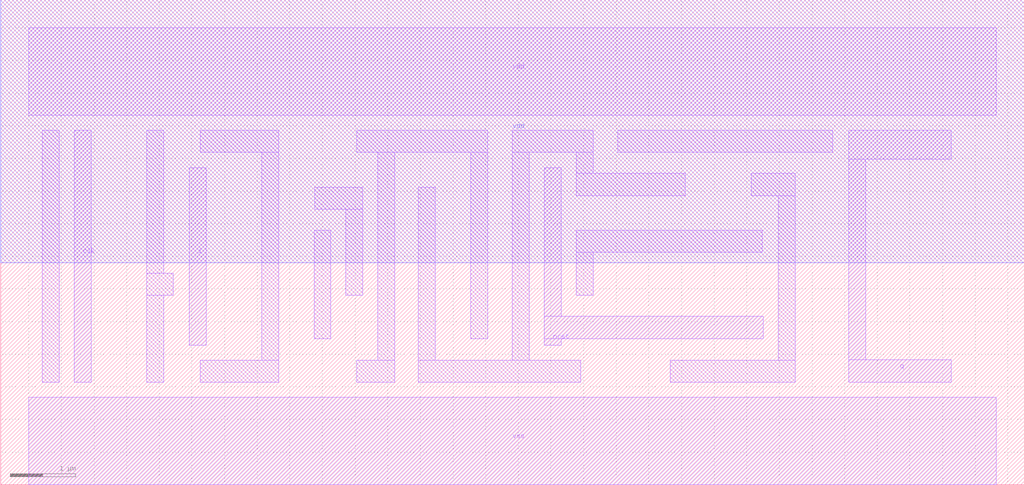
<source format=lef>
VERSION 5.7 ;
  NOWIREEXTENSIONATPIN ON ;
  DIVIDERCHAR "/" ;
  BUSBITCHARS "[]" ;
MACRO and21nor_x0
  CLASS CORE ;
  FOREIGN and21nor_x0 ;
  ORIGIN 0.430 0.000 ;
  SIZE 4.280 BY 7.430 ;
  PIN vss
    ANTENNADIFFAREA 2.063200 ;
    PORT
      LAYER Metal1 ;
        RECT 0.000 0.000 3.420 1.340 ;
    END
  END vss
  PIN vdd
    ANTENNADIFFAREA 1.588000 ;
    PORT
      LAYER Nwell ;
        RECT -0.430 3.400 3.850 7.430 ;
      LAYER Metal1 ;
        RECT 0.000 5.660 3.420 7.000 ;
    END
  END vdd
  PIN i0
    ANTENNAGATEAREA 0.492800 ;
    PORT
      LAYER Metal1 ;
        RECT 0.210 1.570 0.470 4.860 ;
    END
  END i0
  PIN nq
    ANTENNADIFFAREA 1.003200 ;
    PORT
      LAYER Metal1 ;
        RECT 2.790 1.910 3.050 5.430 ;
        RECT 1.825 1.570 3.050 1.910 ;
    END
  END nq
  PIN i1
    ANTENNAGATEAREA 0.492800 ;
    PORT
      LAYER Metal1 ;
        RECT 1.170 1.570 1.430 4.860 ;
    END
  END i1
  PIN i2
    ANTENNAGATEAREA 0.492800 ;
    PORT
      LAYER Metal1 ;
        RECT 2.300 2.140 2.560 5.430 ;
    END
  END i2
  OBS
      LAYER Metal1 ;
        RECT 0.225 5.090 2.055 5.430 ;
  END
END and21nor_x0


MACRO and21nor_x1
  CLASS CORE ;
  FOREIGN and21nor_x1 ;
  ORIGIN 0.430 0.000 ;
  SIZE 4.280 BY 7.430 ;
  PIN vss
    ANTENNADIFFAREA 3.117900 ;
    PORT
      LAYER Metal1 ;
        RECT 0.000 0.000 3.420 1.340 ;
    END
  END vss
  PIN vdd
    ANTENNADIFFAREA 2.209400 ;
    PORT
      LAYER Nwell ;
        RECT -0.430 3.400 3.850 7.430 ;
      LAYER Metal1 ;
        RECT 0.000 5.660 3.420 7.000 ;
    END
  END vdd
  PIN i0
    ANTENNAGATEAREA 1.106000 ;
    PORT
      LAYER Metal1 ;
        RECT 0.210 1.570 0.470 3.760 ;
    END
  END i0
  PIN nq
    ANTENNADIFFAREA 2.261500 ;
    PORT
      LAYER Metal1 ;
        RECT 2.790 2.910 3.050 5.430 ;
        RECT 1.825 1.570 3.050 2.910 ;
    END
  END nq
  PIN i1
    ANTENNAGATEAREA 1.106000 ;
    PORT
      LAYER Metal1 ;
        RECT 1.170 1.570 1.430 3.760 ;
    END
  END i1
  PIN i2
    ANTENNAGATEAREA 1.106000 ;
    PORT
      LAYER Metal1 ;
        RECT 2.300 3.140 2.560 5.430 ;
    END
  END i2
  OBS
      LAYER Metal1 ;
        RECT 0.225 3.990 2.055 5.430 ;
  END
END and21nor_x1


MACRO and2_x1
  CLASS CORE ;
  FOREIGN and2_x1 ;
  ORIGIN 0.430 0.000 ;
  SIZE 4.280 BY 7.430 ;
  PIN vdd
    ANTENNADIFFAREA 2.694600 ;
    PORT
      LAYER Nwell ;
        RECT -0.430 3.400 3.850 7.430 ;
      LAYER Metal1 ;
        RECT 0.000 5.660 3.420 7.000 ;
    END
  END vdd
  PIN vss
    ANTENNADIFFAREA 2.219400 ;
    PORT
      LAYER Metal1 ;
        RECT 0.000 0.000 3.420 1.340 ;
    END
  END vss
  PIN i0
    ANTENNAGATEAREA 0.492800 ;
    PORT
      LAYER Metal1 ;
        RECT 0.210 2.140 0.470 5.430 ;
    END
  END i0
  PIN i1
    ANTENNAGATEAREA 0.492800 ;
    PORT
      LAYER Metal1 ;
        RECT 1.170 2.140 1.430 4.860 ;
    END
  END i1
  PIN q
    ANTENNADIFFAREA 1.738000 ;
    PORT
      LAYER Metal1 ;
        RECT 2.830 1.570 3.090 5.430 ;
    END
  END q
  OBS
      LAYER Metal1 ;
        RECT 1.025 5.090 2.230 5.430 ;
        RECT 1.970 1.910 2.230 5.090 ;
        RECT 0.225 1.570 2.230 1.910 ;
  END
END and2_x1


MACRO and3_x1
  CLASS CORE ;
  FOREIGN and3_x1 ;
  ORIGIN 0.430 0.000 ;
  SIZE 5.420 BY 7.430 ;
  PIN vdd
    ANTENNADIFFAREA 3.175400 ;
    PORT
      LAYER Nwell ;
        RECT -0.430 3.400 4.990 7.430 ;
      LAYER Metal1 ;
        RECT 0.000 5.660 4.560 7.000 ;
    END
  END vdd
  PIN vss
    ANTENNADIFFAREA 2.629800 ;
    PORT
      LAYER Metal1 ;
        RECT 0.000 0.000 4.560 1.340 ;
    END
  END vss
  PIN i0
    ANTENNAGATEAREA 0.492800 ;
    PORT
      LAYER Metal1 ;
        RECT 0.210 2.140 0.470 4.860 ;
    END
  END i0
  PIN i1
    ANTENNAGATEAREA 0.492800 ;
    PORT
      LAYER Metal1 ;
        RECT 1.170 2.140 1.430 4.860 ;
    END
  END i1
  PIN i2
    ANTENNAGATEAREA 0.492800 ;
    PORT
      LAYER Metal1 ;
        RECT 1.970 2.140 2.230 4.860 ;
    END
  END i2
  PIN q
    ANTENNADIFFAREA 1.738000 ;
    PORT
      LAYER Metal1 ;
        RECT 3.630 1.570 3.890 5.430 ;
    END
  END q
  OBS
      LAYER Metal1 ;
        RECT 0.225 5.090 3.030 5.430 ;
        RECT 2.770 1.910 3.030 5.090 ;
        RECT 0.225 1.570 3.030 1.910 ;
  END
END and3_x1


MACRO and4_x1
  CLASS CORE ;
  FOREIGN and4_x1 ;
  ORIGIN 0.430 0.000 ;
  SIZE 6.560 BY 7.430 ;
  PIN vdd
    ANTENNADIFFAREA 3.973000 ;
    PORT
      LAYER Nwell ;
        RECT -0.430 3.400 6.130 7.430 ;
      LAYER Metal1 ;
        RECT 0.000 5.660 5.700 7.000 ;
    END
  END vdd
  PIN vss
    ANTENNADIFFAREA 3.040200 ;
    PORT
      LAYER Metal1 ;
        RECT 0.000 0.000 5.700 1.340 ;
    END
  END vss
  PIN i0
    ANTENNAGATEAREA 0.492800 ;
    PORT
      LAYER Metal1 ;
        RECT 0.210 2.140 0.470 5.430 ;
    END
  END i0
  PIN i1
    ANTENNAGATEAREA 0.492800 ;
    PORT
      LAYER Metal1 ;
        RECT 1.170 2.140 1.430 4.860 ;
    END
  END i1
  PIN i2
    ANTENNAGATEAREA 0.492800 ;
    PORT
      LAYER Metal1 ;
        RECT 1.970 2.140 2.230 4.860 ;
    END
  END i2
  PIN i3
    ANTENNAGATEAREA 0.492800 ;
    PORT
      LAYER Metal1 ;
        RECT 2.770 2.140 3.030 4.860 ;
    END
  END i3
  PIN q
    ANTENNADIFFAREA 1.738000 ;
    PORT
      LAYER Metal1 ;
        RECT 4.430 1.570 4.690 5.430 ;
    END
  END q
  OBS
      LAYER Metal1 ;
        RECT 1.025 5.090 3.830 5.430 ;
        RECT 3.570 1.910 3.830 5.090 ;
        RECT 0.225 1.570 3.830 1.910 ;
  END
END and4_x1


MACRO buf_x1
  CLASS CORE ;
  FOREIGN buf_x1 ;
  ORIGIN 0.430 0.000 ;
  SIZE 4.280 BY 7.430 ;
  PIN vdd
    ANTENNADIFFAREA 2.017000 ;
    PORT
      LAYER Nwell ;
        RECT -0.430 3.400 3.850 7.430 ;
      LAYER Metal1 ;
        RECT 0.000 5.660 3.420 7.000 ;
    END
  END vdd
  PIN vss
    ANTENNADIFFAREA 1.929000 ;
    PORT
      LAYER Metal1 ;
        RECT 0.000 0.000 3.420 1.340 ;
    END
  END vss
  PIN i
    ANTENNAGATEAREA 0.492800 ;
    PORT
      LAYER Metal1 ;
        RECT 0.700 1.570 0.960 5.430 ;
    END
  END i
  PIN q
    ANTENNADIFFAREA 1.157200 ;
    PORT
      LAYER Metal1 ;
        RECT 2.030 1.570 2.290 5.430 ;
    END
  END q
  OBS
      LAYER Metal1 ;
        RECT 0.210 1.570 0.470 5.430 ;
  END
END buf_x1


MACRO buf_x2
  CLASS CORE ;
  FOREIGN buf_x2 ;
  ORIGIN 0.430 0.000 ;
  SIZE 4.280 BY 7.430 ;
  PIN vdd
    ANTENNADIFFAREA 2.639600 ;
    PORT
      LAYER Nwell ;
        RECT -0.430 3.400 3.850 7.430 ;
      LAYER Metal1 ;
        RECT 0.000 5.660 3.420 7.000 ;
    END
  END vdd
  PIN vss
    ANTENNADIFFAREA 2.463600 ;
    PORT
      LAYER Metal1 ;
        RECT 0.000 0.000 3.420 1.340 ;
    END
  END vss
  PIN i
    ANTENNAGATEAREA 0.492800 ;
    PORT
      LAYER Metal1 ;
        RECT 0.700 1.570 0.960 5.430 ;
    END
  END i
  PIN q
    ANTENNADIFFAREA 1.367600 ;
    PORT
      LAYER Metal1 ;
        RECT 2.030 1.570 2.290 5.430 ;
    END
  END q
  OBS
      LAYER Metal1 ;
        RECT 0.210 1.570 0.470 5.430 ;
  END
END buf_x2


MACRO buf_x4
  CLASS CORE ;
  FOREIGN buf_x4 ;
  ORIGIN 0.430 0.000 ;
  SIZE 6.560 BY 7.430 ;
  PIN vdd
    ANTENNADIFFAREA 4.045400 ;
    PORT
      LAYER Nwell ;
        RECT -0.430 3.400 6.130 7.430 ;
      LAYER Metal1 ;
        RECT 0.000 5.660 5.700 7.000 ;
    END
  END vdd
  PIN vss
    ANTENNADIFFAREA 3.749400 ;
    PORT
      LAYER Metal1 ;
        RECT 0.000 0.000 5.700 1.340 ;
    END
  END vss
  PIN i
    ANTENNAGATEAREA 0.736400 ;
    PORT
      LAYER Metal1 ;
        RECT 0.700 1.570 0.960 5.430 ;
    END
  END i
  PIN q
    ANTENNADIFFAREA 2.735200 ;
    PORT
      LAYER Metal1 ;
        RECT 1.810 3.570 2.070 5.430 ;
        RECT 3.425 4.910 3.655 5.430 ;
        RECT 3.410 3.570 3.670 4.910 ;
        RECT 1.810 3.230 3.670 3.570 ;
        RECT 1.810 1.570 2.070 3.230 ;
        RECT 3.410 1.740 3.670 3.230 ;
        RECT 3.425 1.570 3.655 1.740 ;
    END
  END q
  OBS
      LAYER Metal1 ;
        RECT 0.225 4.910 0.455 5.430 ;
        RECT 0.210 1.740 0.470 4.910 ;
        RECT 0.225 1.570 0.455 1.740 ;
  END
END buf_x4


MACRO decap_w0
  CLASS CORE ;
  FOREIGN decap_w0 ;
  ORIGIN 0.430 0.000 ;
  SIZE 3.140 BY 7.430 ;
  PIN vss
    ANTENNADIFFAREA 1.399800 ;
    PORT
      LAYER Metal1 ;
        RECT 0.000 0.000 2.280 1.340 ;
    END
  END vss
  PIN vdd
    ANTENNADIFFAREA 1.487800 ;
    PORT
      LAYER Nwell ;
        RECT -0.430 3.400 2.710 7.430 ;
      LAYER Metal1 ;
        RECT 0.000 5.660 2.280 7.000 ;
    END
  END vdd
  OBS
      LAYER Metal1 ;
        RECT 0.225 4.745 0.455 5.430 ;
        RECT 0.210 2.900 0.470 4.745 ;
        RECT 1.010 2.155 1.270 3.900 ;
        RECT 1.025 1.570 1.255 2.155 ;
  END
END decap_w0


MACRO dffnr_x1
  CLASS CORE ;
  FOREIGN dffnr_x1 ;
  ORIGIN 0.430 0.000 ;
  SIZE 15.680 BY 7.430 ;
  PIN vdd
    ANTENNADIFFAREA 7.806200 ;
    PORT
      LAYER Nwell ;
        RECT -0.430 3.400 15.250 7.430 ;
      LAYER Metal1 ;
        RECT 0.000 5.660 14.820 7.000 ;
    END
  END vdd
  PIN vss
    ANTENNADIFFAREA 7.260600 ;
    PORT
      LAYER Metal1 ;
        RECT 0.000 0.000 14.820 1.340 ;
    END
  END vss
  PIN clk
    ANTENNAGATEAREA 0.492800 ;
    PORT
      LAYER Metal1 ;
        RECT 0.700 1.570 0.960 5.430 ;
    END
  END clk
  PIN i
    ANTENNAGATEAREA 0.492800 ;
    PORT
      LAYER Metal1 ;
        RECT 2.460 2.140 2.720 4.860 ;
    END
  END i
  PIN nrst
    ANTENNAGATEAREA 0.985600 ;
    PORT
      LAYER Metal1 ;
        RECT 7.900 2.580 8.160 4.860 ;
        RECT 7.900 2.240 11.250 2.580 ;
        RECT 7.900 2.140 8.160 2.240 ;
    END
  END nrst
  PIN q
    ANTENNAGATEAREA 0.492800 ;
    ANTENNADIFFAREA 0.866800 ;
    PORT
      LAYER Metal1 ;
        RECT 12.560 4.985 14.135 5.430 ;
        RECT 12.560 1.915 12.820 4.985 ;
        RECT 12.560 1.570 14.135 1.915 ;
    END
  END q
  OBS
      LAYER Metal1 ;
        RECT 0.210 1.570 0.470 5.430 ;
        RECT 1.810 3.240 2.070 5.430 ;
        RECT 2.625 5.090 3.830 5.430 ;
        RECT 5.025 5.090 7.030 5.430 ;
        RECT 1.810 2.900 2.215 3.240 ;
        RECT 1.810 1.570 2.070 2.900 ;
        RECT 3.570 1.910 3.830 5.090 ;
        RECT 4.385 4.220 5.120 4.560 ;
        RECT 4.370 2.240 4.630 3.900 ;
        RECT 4.860 2.900 5.120 4.220 ;
        RECT 5.350 1.910 5.610 5.090 ;
        RECT 2.625 1.570 3.830 1.910 ;
        RECT 5.025 1.570 5.610 1.910 ;
        RECT 5.970 1.910 6.230 4.560 ;
        RECT 6.770 2.240 7.030 5.090 ;
        RECT 7.410 5.090 8.650 5.430 ;
        RECT 9.025 5.090 12.315 5.430 ;
        RECT 7.410 1.910 7.670 5.090 ;
        RECT 8.390 4.770 8.650 5.090 ;
        RECT 8.390 4.430 10.055 4.770 ;
        RECT 11.065 4.430 11.740 4.770 ;
        RECT 8.390 3.560 11.235 3.900 ;
        RECT 8.390 2.900 8.650 3.560 ;
        RECT 11.480 1.910 11.740 4.430 ;
        RECT 5.970 1.570 8.455 1.910 ;
        RECT 9.825 1.570 11.740 1.910 ;
  END
END dffnr_x1


MACRO dff_x1
  CLASS CORE ;
  FOREIGN dff_x1 ;
  ORIGIN 0.430 0.000 ;
  SIZE 12.260 BY 7.430 ;
  PIN vdd
    ANTENNADIFFAREA 6.117400 ;
    PORT
      LAYER Nwell ;
        RECT -0.430 3.400 11.830 7.430 ;
      LAYER Metal1 ;
        RECT 0.000 5.660 11.400 7.000 ;
    END
  END vdd
  PIN vss
    ANTENNADIFFAREA 6.029400 ;
    PORT
      LAYER Metal1 ;
        RECT 0.000 0.000 11.400 1.340 ;
    END
  END vss
  PIN clk
    ANTENNAGATEAREA 0.492800 ;
    PORT
      LAYER Metal1 ;
        RECT 0.700 1.570 0.960 5.430 ;
    END
  END clk
  PIN i
    ANTENNAGATEAREA 0.492800 ;
    PORT
      LAYER Metal1 ;
        RECT 2.460 2.140 2.720 4.860 ;
    END
  END i
  PIN q
    ANTENNAGATEAREA 0.492800 ;
    ANTENNADIFFAREA 0.866800 ;
    PORT
      LAYER Metal1 ;
        RECT 9.370 4.985 11.075 5.430 ;
        RECT 9.370 1.915 9.630 4.985 ;
        RECT 9.370 1.570 11.075 1.915 ;
    END
  END q
  OBS
      LAYER Metal1 ;
        RECT 0.210 1.570 0.470 5.430 ;
        RECT 1.810 3.240 2.070 5.430 ;
        RECT 2.625 5.090 3.830 5.430 ;
        RECT 5.025 5.090 7.030 5.430 ;
        RECT 1.810 2.900 2.215 3.240 ;
        RECT 1.810 1.570 2.070 2.900 ;
        RECT 3.570 1.910 3.830 5.090 ;
        RECT 4.385 4.220 5.120 4.560 ;
        RECT 4.370 2.240 4.630 3.900 ;
        RECT 4.860 2.900 5.120 4.220 ;
        RECT 5.350 1.910 5.610 5.090 ;
        RECT 2.625 1.570 3.830 1.910 ;
        RECT 5.025 1.570 5.610 1.910 ;
        RECT 5.970 1.910 6.230 4.560 ;
        RECT 6.770 2.240 7.030 5.090 ;
        RECT 7.410 1.910 7.670 5.430 ;
        RECT 8.225 5.090 9.140 5.430 ;
        RECT 7.900 4.220 8.615 4.560 ;
        RECT 7.900 2.900 8.160 4.220 ;
        RECT 8.390 2.240 8.650 3.900 ;
        RECT 8.880 1.910 9.140 5.090 ;
        RECT 5.970 1.570 7.670 1.910 ;
        RECT 8.225 1.570 9.140 1.910 ;
  END
END dff_x1


MACRO diode_w1
  CLASS CORE ;
  FOREIGN diode_w1 ;
  ORIGIN 0.430 0.000 ;
  SIZE 2.000 BY 7.430 ;
  PIN vdd
    ANTENNADIFFAREA 0.309600 ;
    PORT
      LAYER Nwell ;
        RECT -0.430 3.400 1.570 7.430 ;
      LAYER Metal1 ;
        RECT 0.000 5.660 1.140 7.000 ;
    END
  END vdd
  PIN vss
    ANTENNADIFFAREA 0.309600 ;
    PORT
      LAYER Metal1 ;
        RECT 0.000 0.000 1.140 1.340 ;
    END
  END vss
  PIN i
    ANTENNADIFFAREA 1.080000 ;
    PORT
      LAYER Metal1 ;
        RECT 0.400 3.830 0.740 5.430 ;
        RECT 0.440 2.970 0.700 3.830 ;
        RECT 0.400 1.570 0.740 2.970 ;
    END
  END i
END diode_w1


MACRO fill
  CLASS CORE ;
  FOREIGN fill ;
  ORIGIN 0.430 0.000 ;
  SIZE 2.000 BY 7.430 ;
  PIN vdd
    PORT
      LAYER Metal1 ;
        RECT 0.000 5.660 1.140 7.000 ;
    END
  END vdd
  PIN vss
    PORT
      LAYER Metal1 ;
        RECT 0.000 0.000 1.140 1.340 ;
    END
  END vss
  OBS
      LAYER Nwell ;
        RECT -0.430 3.400 1.570 7.430 ;
  END
END fill


MACRO fill_w2
  CLASS CORE ;
  FOREIGN fill_w2 ;
  ORIGIN 0.430 0.000 ;
  SIZE 3.140 BY 7.430 ;
  PIN vdd
    PORT
      LAYER Metal1 ;
        RECT 0.000 5.660 2.280 7.000 ;
    END
  END vdd
  PIN vss
    PORT
      LAYER Metal1 ;
        RECT 0.000 0.000 2.280 1.340 ;
    END
  END vss
  OBS
      LAYER Nwell ;
        RECT -0.430 3.400 2.710 7.430 ;
  END
END fill_w2


MACRO fill_w4
  CLASS CORE ;
  FOREIGN fill_w4 ;
  ORIGIN 0.430 0.000 ;
  SIZE 5.420 BY 7.430 ;
  PIN vdd
    PORT
      LAYER Metal1 ;
        RECT 0.000 5.660 4.560 7.000 ;
    END
  END vdd
  PIN vss
    PORT
      LAYER Metal1 ;
        RECT 0.000 0.000 4.560 1.340 ;
    END
  END vss
  OBS
      LAYER Nwell ;
        RECT -0.430 3.400 4.990 7.430 ;
  END
END fill_w4


MACRO inv_x0
  CLASS CORE ;
  FOREIGN inv_x0 ;
  ORIGIN 0.430 0.000 ;
  SIZE 3.140 BY 7.430 ;
  PIN vss
    ANTENNADIFFAREA 1.107200 ;
    PORT
      LAYER Metal1 ;
        RECT 0.000 0.000 2.280 1.340 ;
    END
  END vss
  PIN vdd
    ANTENNADIFFAREA 1.107200 ;
    PORT
      LAYER Nwell ;
        RECT -0.430 3.400 2.710 7.430 ;
      LAYER Metal1 ;
        RECT 0.000 5.660 2.280 7.000 ;
    END
  END vdd
  PIN nq
    ANTENNADIFFAREA 0.774400 ;
    PORT
      LAYER Metal1 ;
        RECT 1.010 1.570 1.270 5.430 ;
    END
  END nq
  PIN i
    ANTENNAGATEAREA 0.492800 ;
    PORT
      LAYER Metal1 ;
        RECT 0.210 1.570 0.470 5.430 ;
    END
  END i
END inv_x0


MACRO inv_x1
  CLASS CORE ;
  FOREIGN inv_x1 ;
  ORIGIN 0.430 0.000 ;
  SIZE 3.140 BY 7.430 ;
  PIN vss
    ANTENNADIFFAREA 1.545000 ;
    PORT
      LAYER Metal1 ;
        RECT 0.000 0.000 2.280 1.340 ;
    END
  END vss
  PIN vdd
    ANTENNADIFFAREA 1.633000 ;
    PORT
      LAYER Nwell ;
        RECT -0.430 3.400 2.710 7.430 ;
      LAYER Metal1 ;
        RECT 0.000 5.660 2.280 7.000 ;
    END
  END vdd
  PIN nq
    ANTENNADIFFAREA 1.738000 ;
    PORT
      LAYER Metal1 ;
        RECT 1.010 1.570 1.270 5.430 ;
    END
  END nq
  PIN i
    ANTENNAGATEAREA 1.106000 ;
    PORT
      LAYER Metal1 ;
        RECT 0.210 1.570 0.470 5.430 ;
    END
  END i
END inv_x1


MACRO inv_x2
  CLASS CORE ;
  FOREIGN inv_x2 ;
  ORIGIN 0.430 0.000 ;
  SIZE 3.140 BY 7.430 ;
  PIN vss
    ANTENNADIFFAREA 2.370000 ;
    PORT
      LAYER Metal1 ;
        RECT 0.000 0.000 2.280 1.340 ;
    END
  END vss
  PIN vdd
    ANTENNADIFFAREA 2.546000 ;
    PORT
      LAYER Nwell ;
        RECT -0.430 3.400 2.710 7.430 ;
      LAYER Metal1 ;
        RECT 0.000 5.660 2.280 7.000 ;
    END
  END vdd
  PIN nq
    ANTENNADIFFAREA 2.054000 ;
    PORT
      LAYER Metal1 ;
        RECT 1.010 1.570 1.270 5.430 ;
    END
  END nq
  PIN i
    ANTENNAGATEAREA 2.212000 ;
    PORT
      LAYER Metal1 ;
        RECT 0.210 1.570 0.470 5.430 ;
    END
  END i
END inv_x2


MACRO inv_x4
  CLASS CORE ;
  FOREIGN inv_x4 ;
  ORIGIN 0.430 0.000 ;
  SIZE 5.420 BY 7.430 ;
  PIN vss
    ANTENNADIFFAREA 4.165800 ;
    PORT
      LAYER Metal1 ;
        RECT 0.000 0.000 4.560 1.340 ;
    END
  END vss
  PIN vdd
    ANTENNADIFFAREA 4.445800 ;
    PORT
      LAYER Nwell ;
        RECT -0.430 3.400 4.990 7.430 ;
      LAYER Metal1 ;
        RECT 0.000 5.660 4.560 7.000 ;
    END
  END vdd
  PIN nq
    ANTENNADIFFAREA 4.108000 ;
    PORT
      LAYER Metal1 ;
        RECT 1.010 3.570 1.270 5.430 ;
        RECT 2.625 4.330 2.855 5.430 ;
        RECT 2.610 3.570 2.870 4.330 ;
        RECT 1.010 3.230 2.870 3.570 ;
        RECT 1.010 1.570 1.270 3.230 ;
        RECT 2.610 2.570 2.870 3.230 ;
        RECT 2.625 1.570 2.855 2.570 ;
    END
  END nq
  PIN i
    ANTENNAGATEAREA 4.424000 ;
    PORT
      LAYER Metal1 ;
        RECT 0.210 1.570 0.470 5.430 ;
    END
  END i
END inv_x4


MACRO mux2_x1
  CLASS CORE ;
  FOREIGN mux2_x1 ;
  ORIGIN 0.430 0.000 ;
  SIZE 6.560 BY 7.430 ;
  PIN vdd
    ANTENNADIFFAREA 3.295400 ;
    PORT
      LAYER Nwell ;
        RECT -0.430 3.400 6.130 7.430 ;
      LAYER Metal1 ;
        RECT 0.000 5.660 5.700 7.000 ;
    END
  END vdd
  PIN vss
    ANTENNADIFFAREA 3.207400 ;
    PORT
      LAYER Metal1 ;
        RECT 0.000 0.000 5.700 1.340 ;
    END
  END vss
  PIN cmd
    ANTENNAGATEAREA 0.985600 ;
    PORT
      LAYER Metal1 ;
        RECT 0.700 2.140 0.960 5.430 ;
    END
  END cmd
  PIN i0
    ANTENNAGATEAREA 0.492800 ;
    PORT
      LAYER Metal1 ;
        RECT 1.190 2.140 1.450 5.430 ;
    END
  END i0
  PIN i1
    ANTENNAGATEAREA 0.492800 ;
    PORT
      LAYER Metal1 ;
        RECT 3.570 2.140 3.830 4.860 ;
    END
  END i1
  PIN q
    ANTENNADIFFAREA 1.157200 ;
    PORT
      LAYER Metal1 ;
        RECT 5.230 1.570 5.490 5.430 ;
    END
  END q
  OBS
      LAYER Metal1 ;
        RECT 0.210 1.910 0.470 5.430 ;
        RECT 2.625 5.090 4.630 5.430 ;
        RECT 1.970 3.890 3.015 4.230 ;
        RECT 1.970 1.910 2.230 3.890 ;
        RECT 4.370 1.910 4.630 5.090 ;
        RECT 0.210 1.570 2.230 1.910 ;
        RECT 2.625 1.570 4.630 1.910 ;
  END
END mux2_x1


MACRO nand2_x0
  CLASS CORE ;
  FOREIGN nand2_x0 ;
  ORIGIN 0.430 0.000 ;
  SIZE 3.140 BY 7.430 ;
  PIN vss
    ANTENNADIFFAREA 1.107200 ;
    PORT
      LAYER Metal1 ;
        RECT 0.000 0.000 2.280 1.340 ;
    END
  END vss
  PIN vdd
    ANTENNADIFFAREA 1.494400 ;
    PORT
      LAYER Nwell ;
        RECT -0.430 3.400 2.710 7.430 ;
      LAYER Metal1 ;
        RECT 0.000 5.660 2.280 7.000 ;
    END
  END vdd
  PIN i0
    ANTENNAGATEAREA 0.492800 ;
    PORT
      LAYER Metal1 ;
        RECT 0.210 1.570 0.470 5.430 ;
    END
  END i0
  PIN nq
    ANTENNADIFFAREA 0.844800 ;
    PORT
      LAYER Metal1 ;
        RECT 1.025 5.090 2.070 5.430 ;
        RECT 1.810 1.570 2.070 5.090 ;
    END
  END nq
  PIN i1
    ANTENNAGATEAREA 0.492800 ;
    PORT
      LAYER Metal1 ;
        RECT 1.170 1.570 1.430 4.860 ;
    END
  END i1
END nand2_x0


MACRO nand2_x1
  CLASS CORE ;
  FOREIGN nand2_x1 ;
  ORIGIN 0.430 0.000 ;
  SIZE 3.140 BY 7.430 ;
  PIN vss
    ANTENNADIFFAREA 1.545000 ;
    PORT
      LAYER Metal1 ;
        RECT 0.000 0.000 2.280 1.340 ;
    END
  END vss
  PIN vdd
    ANTENNADIFFAREA 2.546000 ;
    PORT
      LAYER Nwell ;
        RECT -0.430 3.400 2.710 7.430 ;
      LAYER Metal1 ;
        RECT 0.000 5.660 2.280 7.000 ;
    END
  END vdd
  PIN i0
    ANTENNAGATEAREA 1.106000 ;
    PORT
      LAYER Metal1 ;
        RECT 0.210 1.570 0.470 5.430 ;
    END
  END i0
  PIN nq
    ANTENNADIFFAREA 1.904000 ;
    PORT
      LAYER Metal1 ;
        RECT 1.025 3.990 2.070 5.430 ;
        RECT 1.810 1.570 2.070 3.990 ;
    END
  END nq
  PIN i1
    ANTENNAGATEAREA 1.106000 ;
    PORT
      LAYER Metal1 ;
        RECT 1.170 1.570 1.430 3.760 ;
    END
  END i1
END nand2_x1


MACRO nand3_x0
  CLASS CORE ;
  FOREIGN nand3_x0 ;
  ORIGIN 0.430 0.000 ;
  SIZE 4.280 BY 7.430 ;
  PIN vss
    ANTENNADIFFAREA 1.517600 ;
    PORT
      LAYER Metal1 ;
        RECT 0.000 0.000 3.420 1.340 ;
    END
  END vss
  PIN vdd
    ANTENNADIFFAREA 1.975200 ;
    PORT
      LAYER Nwell ;
        RECT -0.430 3.400 3.850 7.430 ;
      LAYER Metal1 ;
        RECT 0.000 5.660 3.420 7.000 ;
    END
  END vdd
  PIN i0
    ANTENNAGATEAREA 0.492800 ;
    PORT
      LAYER Metal1 ;
        RECT 0.210 1.570 0.470 5.430 ;
    END
  END i0
  PIN nq
    ANTENNADIFFAREA 1.232000 ;
    PORT
      LAYER Metal1 ;
        RECT 1.025 5.090 2.870 5.430 ;
        RECT 2.610 1.570 2.870 5.090 ;
    END
  END nq
  PIN i1
    ANTENNAGATEAREA 0.492800 ;
    PORT
      LAYER Metal1 ;
        RECT 1.170 1.570 1.430 4.860 ;
    END
  END i1
  PIN i2
    ANTENNAGATEAREA 0.492800 ;
    PORT
      LAYER Metal1 ;
        RECT 1.970 1.570 2.230 4.860 ;
    END
  END i2
END nand3_x0


MACRO nand3_x1
  CLASS CORE ;
  FOREIGN nand3_x1 ;
  ORIGIN 0.430 0.000 ;
  SIZE 4.280 BY 7.430 ;
  PIN vss
    ANTENNADIFFAREA 1.955400 ;
    PORT
      LAYER Metal1 ;
        RECT 0.000 0.000 3.420 1.340 ;
    END
  END vss
  PIN vdd
    ANTENNADIFFAREA 3.122400 ;
    PORT
      LAYER Nwell ;
        RECT -0.430 3.400 3.850 7.430 ;
      LAYER Metal1 ;
        RECT 0.000 5.660 3.420 7.000 ;
    END
  END vdd
  PIN i0
    ANTENNAGATEAREA 1.106000 ;
    PORT
      LAYER Metal1 ;
        RECT 0.210 1.570 0.470 5.430 ;
    END
  END i0
  PIN nq
    ANTENNADIFFAREA 2.817000 ;
    PORT
      LAYER Metal1 ;
        RECT 1.025 3.990 2.870 5.430 ;
        RECT 2.610 1.570 2.870 3.990 ;
    END
  END nq
  PIN i1
    ANTENNAGATEAREA 1.106000 ;
    PORT
      LAYER Metal1 ;
        RECT 1.170 1.570 1.430 3.760 ;
    END
  END i1
  PIN i2
    ANTENNAGATEAREA 1.106000 ;
    PORT
      LAYER Metal1 ;
        RECT 1.970 1.570 2.230 3.760 ;
    END
  END i2
END nand3_x1


MACRO nand4_x0
  CLASS CORE ;
  FOREIGN nand4_x0 ;
  ORIGIN 0.430 0.000 ;
  SIZE 5.420 BY 7.430 ;
  PIN vss
    ANTENNADIFFAREA 1.928000 ;
    PORT
      LAYER Metal1 ;
        RECT 0.000 0.000 4.560 1.340 ;
    END
  END vss
  PIN vdd
    ANTENNADIFFAREA 2.772800 ;
    PORT
      LAYER Nwell ;
        RECT -0.430 3.400 4.990 7.430 ;
      LAYER Metal1 ;
        RECT 0.000 5.660 4.560 7.000 ;
    END
  END vdd
  PIN i0
    ANTENNAGATEAREA 0.492800 ;
    PORT
      LAYER Metal1 ;
        RECT 0.210 1.570 0.470 5.430 ;
    END
  END i0
  PIN nq
    ANTENNADIFFAREA 1.302400 ;
    PORT
      LAYER Metal1 ;
        RECT 1.025 5.090 3.670 5.430 ;
        RECT 3.410 1.570 3.670 5.090 ;
    END
  END nq
  PIN i1
    ANTENNAGATEAREA 0.492800 ;
    PORT
      LAYER Metal1 ;
        RECT 1.170 1.570 1.430 4.860 ;
    END
  END i1
  PIN i2
    ANTENNAGATEAREA 0.492800 ;
    PORT
      LAYER Metal1 ;
        RECT 1.970 1.570 2.230 4.860 ;
    END
  END i2
  PIN i3
    ANTENNAGATEAREA 0.492800 ;
    PORT
      LAYER Metal1 ;
        RECT 2.770 1.570 3.030 4.860 ;
    END
  END i3
END nand4_x0


MACRO nand4_x1
  CLASS CORE ;
  FOREIGN nand4_x1 ;
  ORIGIN 0.430 0.000 ;
  SIZE 5.420 BY 7.430 ;
  PIN vss
    ANTENNADIFFAREA 2.365800 ;
    PORT
      LAYER Metal1 ;
        RECT 0.000 0.000 4.560 1.340 ;
    END
  END vss
  PIN vdd
    ANTENNADIFFAREA 4.445800 ;
    PORT
      LAYER Nwell ;
        RECT -0.430 3.400 4.990 7.430 ;
      LAYER Metal1 ;
        RECT 0.000 5.660 4.560 7.000 ;
    END
  END vdd
  PIN i0
    ANTENNAGATEAREA 1.106000 ;
    PORT
      LAYER Metal1 ;
        RECT 0.210 1.570 0.470 5.430 ;
    END
  END i0
  PIN nq
    ANTENNADIFFAREA 2.983000 ;
    PORT
      LAYER Metal1 ;
        RECT 1.025 3.990 3.670 5.430 ;
        RECT 3.410 1.570 3.670 3.990 ;
    END
  END nq
  PIN i1
    ANTENNAGATEAREA 1.106000 ;
    PORT
      LAYER Metal1 ;
        RECT 1.170 1.570 1.430 3.760 ;
    END
  END i1
  PIN i2
    ANTENNAGATEAREA 1.106000 ;
    PORT
      LAYER Metal1 ;
        RECT 1.970 1.570 2.230 3.760 ;
    END
  END i2
  PIN i3
    ANTENNAGATEAREA 1.106000 ;
    PORT
      LAYER Metal1 ;
        RECT 2.770 1.570 3.030 3.760 ;
    END
  END i3
END nand4_x1


MACRO nexor2_x0
  CLASS CORE ;
  FOREIGN nexor2_x0 ;
  ORIGIN 0.430 0.000 ;
  SIZE 7.700 BY 7.430 ;
  PIN vdd
    ANTENNADIFFAREA 3.276800 ;
    PORT
      LAYER Nwell ;
        RECT -0.430 3.400 7.270 7.430 ;
      LAYER Metal1 ;
        RECT 0.000 5.660 6.840 7.000 ;
    END
  END vdd
  PIN vss
    ANTENNADIFFAREA 3.276800 ;
    PORT
      LAYER Metal1 ;
        RECT 0.000 0.000 6.840 1.340 ;
    END
  END vss
  PIN i0
    ANTENNAGATEAREA 0.985600 ;
    PORT
      LAYER Metal1 ;
        RECT 0.700 1.570 0.960 5.430 ;
    END
  END i0
  PIN q
    ANTENNADIFFAREA 1.925400 ;
    PORT
      LAYER Metal1 ;
        RECT 1.190 4.770 1.450 4.860 ;
        RECT 1.190 4.430 3.075 4.770 ;
        RECT 1.190 1.910 1.450 4.430 ;
        RECT 1.190 1.570 3.075 1.910 ;
    END
  END q
  PIN i1
    ANTENNAGATEAREA 0.985600 ;
    PORT
      LAYER Metal1 ;
        RECT 4.810 2.580 5.070 5.430 ;
        RECT 1.985 2.240 5.070 2.580 ;
        RECT 4.810 1.570 5.070 2.240 ;
    END
  END i1
  OBS
      LAYER Metal1 ;
        RECT 0.210 1.570 0.470 5.430 ;
        RECT 1.825 5.090 4.095 5.430 ;
        RECT 1.985 3.560 4.270 3.900 ;
        RECT 4.010 2.900 4.270 3.560 ;
        RECT 5.450 1.570 5.710 5.430 ;
  END
END nexor2_x0


MACRO nor2_x0
  CLASS CORE ;
  FOREIGN nor2_x0 ;
  ORIGIN 0.430 0.000 ;
  SIZE 3.140 BY 7.430 ;
  PIN vss
    ANTENNADIFFAREA 1.494400 ;
    PORT
      LAYER Metal1 ;
        RECT 0.000 0.000 2.280 1.340 ;
    END
  END vss
  PIN vdd
    ANTENNADIFFAREA 1.107200 ;
    PORT
      LAYER Nwell ;
        RECT -0.430 3.400 2.710 7.430 ;
      LAYER Metal1 ;
        RECT 0.000 5.660 2.280 7.000 ;
    END
  END vdd
  PIN nq
    ANTENNADIFFAREA 0.844800 ;
    PORT
      LAYER Metal1 ;
        RECT 1.810 1.910 2.070 5.430 ;
        RECT 1.025 1.570 2.070 1.910 ;
    END
  END nq
  PIN i0
    ANTENNAGATEAREA 0.492800 ;
    PORT
      LAYER Metal1 ;
        RECT 0.210 1.570 0.470 5.430 ;
    END
  END i0
  PIN i1
    ANTENNAGATEAREA 0.492800 ;
    PORT
      LAYER Metal1 ;
        RECT 1.170 2.140 1.430 5.430 ;
    END
  END i1
END nor2_x0


MACRO nor2_x1
  CLASS CORE ;
  FOREIGN nor2_x1 ;
  ORIGIN 0.430 0.000 ;
  SIZE 3.140 BY 7.430 ;
  PIN vss
    ANTENNADIFFAREA 2.370000 ;
    PORT
      LAYER Metal1 ;
        RECT 0.000 0.000 2.280 1.340 ;
    END
  END vss
  PIN vdd
    ANTENNADIFFAREA 1.633000 ;
    PORT
      LAYER Nwell ;
        RECT -0.430 3.400 2.710 7.430 ;
      LAYER Metal1 ;
        RECT 0.000 5.660 2.280 7.000 ;
    END
  END vdd
  PIN nq
    ANTENNADIFFAREA 1.888000 ;
    PORT
      LAYER Metal1 ;
        RECT 1.810 2.910 2.070 5.430 ;
        RECT 1.025 1.570 2.070 2.910 ;
    END
  END nq
  PIN i0
    ANTENNAGATEAREA 1.106000 ;
    PORT
      LAYER Metal1 ;
        RECT 0.210 1.570 0.470 5.430 ;
    END
  END i0
  PIN i1
    ANTENNAGATEAREA 1.106000 ;
    PORT
      LAYER Metal1 ;
        RECT 1.170 3.140 1.430 5.430 ;
    END
  END i1
END nor2_x1


MACRO nor3_x0
  CLASS CORE ;
  FOREIGN nor3_x0 ;
  ORIGIN 0.430 0.000 ;
  SIZE 4.280 BY 7.430 ;
  PIN vss
    ANTENNADIFFAREA 1.975200 ;
    PORT
      LAYER Metal1 ;
        RECT 0.000 0.000 3.420 1.340 ;
    END
  END vss
  PIN vdd
    ANTENNADIFFAREA 1.517600 ;
    PORT
      LAYER Nwell ;
        RECT -0.430 3.400 3.850 7.430 ;
      LAYER Metal1 ;
        RECT 0.000 5.660 3.420 7.000 ;
    END
  END vdd
  PIN nq
    ANTENNADIFFAREA 1.232000 ;
    PORT
      LAYER Metal1 ;
        RECT 2.610 1.910 2.870 5.430 ;
        RECT 1.025 1.570 2.870 1.910 ;
    END
  END nq
  PIN i0
    ANTENNAGATEAREA 0.492800 ;
    PORT
      LAYER Metal1 ;
        RECT 0.210 1.570 0.470 5.430 ;
    END
  END i0
  PIN i1
    ANTENNAGATEAREA 0.492800 ;
    PORT
      LAYER Metal1 ;
        RECT 1.170 2.140 1.430 5.430 ;
    END
  END i1
  PIN i2
    ANTENNAGATEAREA 0.492800 ;
    PORT
      LAYER Metal1 ;
        RECT 1.970 2.140 2.230 5.430 ;
    END
  END i2
END nor3_x0


MACRO nor3_x1
  CLASS CORE ;
  FOREIGN nor3_x1 ;
  ORIGIN 0.430 0.000 ;
  SIZE 4.280 BY 7.430 ;
  PIN vss
    ANTENNADIFFAREA 2.930400 ;
    PORT
      LAYER Metal1 ;
        RECT 0.000 0.000 3.420 1.340 ;
    END
  END vss
  PIN vdd
    ANTENNADIFFAREA 2.043400 ;
    PORT
      LAYER Nwell ;
        RECT -0.430 3.400 3.850 7.430 ;
      LAYER Metal1 ;
        RECT 0.000 5.660 3.420 7.000 ;
    END
  END vdd
  PIN nq
    ANTENNADIFFAREA 2.713000 ;
    PORT
      LAYER Metal1 ;
        RECT 2.610 2.910 2.870 5.430 ;
        RECT 1.025 1.570 2.870 2.910 ;
    END
  END nq
  PIN i0
    ANTENNAGATEAREA 1.106000 ;
    PORT
      LAYER Metal1 ;
        RECT 0.210 1.570 0.470 5.430 ;
    END
  END i0
  PIN i1
    ANTENNAGATEAREA 1.106000 ;
    PORT
      LAYER Metal1 ;
        RECT 1.170 3.140 1.430 5.430 ;
    END
  END i1
  PIN i2
    ANTENNAGATEAREA 1.106000 ;
    PORT
      LAYER Metal1 ;
        RECT 1.970 3.140 2.230 5.430 ;
    END
  END i2
END nor3_x1


MACRO nor4_x0
  CLASS CORE ;
  FOREIGN nor4_x0 ;
  ORIGIN 0.430 0.000 ;
  SIZE 5.420 BY 7.430 ;
  PIN vss
    ANTENNADIFFAREA 2.772800 ;
    PORT
      LAYER Metal1 ;
        RECT 0.000 0.000 4.560 1.340 ;
    END
  END vss
  PIN vdd
    ANTENNADIFFAREA 1.928000 ;
    PORT
      LAYER Nwell ;
        RECT -0.430 3.400 4.990 7.430 ;
      LAYER Metal1 ;
        RECT 0.000 5.660 4.560 7.000 ;
    END
  END vdd
  PIN nq
    ANTENNADIFFAREA 1.302400 ;
    PORT
      LAYER Metal1 ;
        RECT 3.410 1.910 3.670 5.430 ;
        RECT 1.025 1.570 3.670 1.910 ;
    END
  END nq
  PIN i0
    ANTENNAGATEAREA 0.492800 ;
    PORT
      LAYER Metal1 ;
        RECT 0.210 1.570 0.470 5.430 ;
    END
  END i0
  PIN i1
    ANTENNAGATEAREA 0.492800 ;
    PORT
      LAYER Metal1 ;
        RECT 1.170 2.140 1.430 5.430 ;
    END
  END i1
  PIN i2
    ANTENNAGATEAREA 0.492800 ;
    PORT
      LAYER Metal1 ;
        RECT 1.970 2.140 2.230 5.430 ;
    END
  END i2
  PIN i3
    ANTENNAGATEAREA 0.492800 ;
    PORT
      LAYER Metal1 ;
        RECT 2.770 2.140 3.030 5.430 ;
    END
  END i3
END nor4_x0


MACRO nor4_x1
  CLASS CORE ;
  FOREIGN nor4_x1 ;
  ORIGIN 0.430 0.000 ;
  SIZE 5.420 BY 7.430 ;
  PIN vss
    ANTENNADIFFAREA 4.165800 ;
    PORT
      LAYER Metal1 ;
        RECT 0.000 0.000 4.560 1.340 ;
    END
  END vss
  PIN vdd
    ANTENNADIFFAREA 2.453800 ;
    PORT
      LAYER Nwell ;
        RECT -0.430 3.400 4.990 7.430 ;
      LAYER Metal1 ;
        RECT 0.000 5.660 4.560 7.000 ;
    END
  END vdd
  PIN nq
    ANTENNADIFFAREA 2.863000 ;
    PORT
      LAYER Metal1 ;
        RECT 3.410 2.910 3.670 5.430 ;
        RECT 1.025 1.570 3.670 2.910 ;
    END
  END nq
  PIN i0
    ANTENNAGATEAREA 1.106000 ;
    PORT
      LAYER Metal1 ;
        RECT 0.210 1.570 0.470 5.430 ;
    END
  END i0
  PIN i1
    ANTENNAGATEAREA 1.106000 ;
    PORT
      LAYER Metal1 ;
        RECT 1.170 3.140 1.430 5.430 ;
    END
  END i1
  PIN i2
    ANTENNAGATEAREA 1.106000 ;
    PORT
      LAYER Metal1 ;
        RECT 1.970 3.140 2.230 5.430 ;
    END
  END i2
  PIN i3
    ANTENNAGATEAREA 1.106000 ;
    PORT
      LAYER Metal1 ;
        RECT 2.770 3.140 3.030 5.430 ;
    END
  END i3
END nor4_x1


MACRO nsnrlatch_x0
  CLASS CORE ;
  FOREIGN nsnrlatch_x0 ;
  ORIGIN 0.430 0.000 ;
  SIZE 5.420 BY 7.430 ;
  PIN q
    ANTENNAGATEAREA 0.492800 ;
    ANTENNADIFFAREA 0.844800 ;
    PORT
      LAYER Metal1 ;
        RECT 0.700 5.090 1.255 5.430 ;
        RECT 0.700 3.900 0.960 5.090 ;
        RECT 0.700 3.560 2.215 3.900 ;
        RECT 0.700 1.910 0.960 3.560 ;
        RECT 0.225 1.570 0.960 1.910 ;
    END
  END q
  PIN vdd
    ANTENNADIFFAREA 2.772800 ;
    PORT
      LAYER Nwell ;
        RECT -0.430 3.400 4.990 7.430 ;
      LAYER Metal1 ;
        RECT 0.000 5.660 4.560 7.000 ;
    END
  END vdd
  PIN vss
    ANTENNADIFFAREA 1.998400 ;
    PORT
      LAYER Metal1 ;
        RECT 0.000 0.000 4.560 1.340 ;
    END
  END vss
  PIN nset
    ANTENNAGATEAREA 0.492800 ;
    PORT
      LAYER Metal1 ;
        RECT 0.210 2.140 0.470 5.430 ;
    END
  END nset
  PIN nq
    ANTENNAGATEAREA 0.492800 ;
    ANTENNADIFFAREA 0.844800 ;
    PORT
      LAYER Metal1 ;
        RECT 2.610 3.240 2.870 5.430 ;
        RECT 1.205 2.900 2.870 3.240 ;
        RECT 2.610 1.910 2.870 2.900 ;
        RECT 2.610 1.570 3.655 1.910 ;
    END
  END nq
  PIN nrst
    ANTENNAGATEAREA 0.492800 ;
    PORT
      LAYER Metal1 ;
        RECT 3.100 2.140 3.360 5.430 ;
    END
  END nrst
END nsnrlatch_x0


MACRO nsnrlatch_x1
  CLASS CORE ;
  FOREIGN nsnrlatch_x1 ;
  ORIGIN 0.430 0.000 ;
  SIZE 5.420 BY 7.430 ;
  PIN q
    ANTENNAGATEAREA 0.921200 ;
    ANTENNADIFFAREA 1.587200 ;
    PORT
      LAYER Metal1 ;
        RECT 0.700 4.405 1.255 5.430 ;
        RECT 0.700 3.900 0.960 4.405 ;
        RECT 0.700 3.560 2.215 3.900 ;
        RECT 0.700 2.495 0.960 3.560 ;
        RECT 0.225 1.570 0.960 2.495 ;
    END
  END q
  PIN vdd
    ANTENNADIFFAREA 3.983800 ;
    PORT
      LAYER Nwell ;
        RECT -0.430 3.400 4.990 7.430 ;
      LAYER Metal1 ;
        RECT 0.000 5.660 4.560 7.000 ;
    END
  END vdd
  PIN vss
    ANTENNADIFFAREA 2.344200 ;
    PORT
      LAYER Metal1 ;
        RECT 0.000 0.000 4.560 1.340 ;
    END
  END vss
  PIN nset
    ANTENNAGATEAREA 0.921200 ;
    PORT
      LAYER Metal1 ;
        RECT 0.210 2.725 0.470 5.430 ;
    END
  END nset
  PIN nq
    ANTENNAGATEAREA 0.921200 ;
    ANTENNADIFFAREA 1.587200 ;
    PORT
      LAYER Metal1 ;
        RECT 2.610 3.240 2.870 5.430 ;
        RECT 1.205 2.900 2.870 3.240 ;
        RECT 2.610 2.495 2.870 2.900 ;
        RECT 2.610 1.570 3.655 2.495 ;
    END
  END nq
  PIN nrst
    ANTENNAGATEAREA 0.921200 ;
    PORT
      LAYER Metal1 ;
        RECT 3.100 2.725 3.360 5.430 ;
    END
  END nrst
END nsnrlatch_x1


MACRO one_x1
  CLASS CORE ;
  FOREIGN one_x1 ;
  ORIGIN 0.430 0.000 ;
  SIZE 3.140 BY 7.430 ;
  PIN vss
    ANTENNADIFFAREA 1.399800 ;
    PORT
      LAYER Metal1 ;
        RECT 0.000 0.000 2.280 1.340 ;
    END
  END vss
  PIN one
    ANTENNAGATEAREA 0.432600 ;
    ANTENNADIFFAREA 0.767800 ;
    PORT
      LAYER Metal1 ;
        RECT 0.210 1.570 0.470 5.430 ;
    END
  END one
  PIN vdd
    ANTENNADIFFAREA 1.487800 ;
    PORT
      LAYER Nwell ;
        RECT -0.430 3.400 2.710 7.430 ;
      LAYER Metal1 ;
        RECT 0.000 5.660 2.280 7.000 ;
    END
  END vdd
  OBS
      LAYER Metal1 ;
        RECT 1.010 2.155 1.270 3.900 ;
        RECT 1.025 1.570 1.255 2.155 ;
  END
END one_x1


MACRO or21nand_x0
  CLASS CORE ;
  FOREIGN or21nand_x0 ;
  ORIGIN 0.430 0.000 ;
  SIZE 4.280 BY 7.430 ;
  PIN vdd
    ANTENNADIFFAREA 2.063200 ;
    PORT
      LAYER Nwell ;
        RECT -0.430 3.400 3.850 7.430 ;
      LAYER Metal1 ;
        RECT 0.000 5.660 3.420 7.000 ;
    END
  END vdd
  PIN vss
    ANTENNADIFFAREA 1.588000 ;
    PORT
      LAYER Metal1 ;
        RECT 0.000 0.000 3.420 1.340 ;
    END
  END vss
  PIN i0
    ANTENNAGATEAREA 0.492800 ;
    PORT
      LAYER Metal1 ;
        RECT 0.210 2.140 0.470 5.430 ;
    END
  END i0
  PIN i1
    ANTENNAGATEAREA 0.492800 ;
    PORT
      LAYER Metal1 ;
        RECT 1.170 2.140 1.430 5.430 ;
    END
  END i1
  PIN nq
    ANTENNADIFFAREA 1.003200 ;
    PORT
      LAYER Metal1 ;
        RECT 1.825 5.090 3.050 5.430 ;
        RECT 2.790 1.570 3.050 5.090 ;
    END
  END nq
  PIN i2
    ANTENNAGATEAREA 0.492800 ;
    PORT
      LAYER Metal1 ;
        RECT 2.300 1.570 2.560 4.860 ;
    END
  END i2
  OBS
      LAYER Metal1 ;
        RECT 0.225 1.570 2.055 1.910 ;
  END
END or21nand_x0


MACRO or21nand_x1
  CLASS CORE ;
  FOREIGN or21nand_x1 ;
  ORIGIN 0.430 0.000 ;
  SIZE 4.280 BY 7.430 ;
  PIN vdd
    ANTENNADIFFAREA 3.329900 ;
    PORT
      LAYER Nwell ;
        RECT -0.430 3.400 3.850 7.430 ;
      LAYER Metal1 ;
        RECT 0.000 5.660 3.420 7.000 ;
    END
  END vdd
  PIN vss
    ANTENNADIFFAREA 2.105400 ;
    PORT
      LAYER Metal1 ;
        RECT 0.000 0.000 3.420 1.340 ;
    END
  END vss
  PIN i0
    ANTENNAGATEAREA 1.106000 ;
    PORT
      LAYER Metal1 ;
        RECT 0.210 3.140 0.470 5.430 ;
    END
  END i0
  PIN i1
    ANTENNAGATEAREA 1.106000 ;
    PORT
      LAYER Metal1 ;
        RECT 1.170 3.140 1.430 5.430 ;
    END
  END i1
  PIN nq
    ANTENNADIFFAREA 2.241500 ;
    PORT
      LAYER Metal1 ;
        RECT 1.825 3.990 3.050 5.430 ;
        RECT 2.790 1.570 3.050 3.990 ;
    END
  END nq
  PIN i2
    ANTENNAGATEAREA 1.106000 ;
    PORT
      LAYER Metal1 ;
        RECT 2.300 1.570 2.560 3.760 ;
    END
  END i2
  OBS
      LAYER Metal1 ;
        RECT 0.225 1.570 2.055 2.910 ;
  END
END or21nand_x1


MACRO or2_x1
  CLASS CORE ;
  FOREIGN or2_x1 ;
  ORIGIN 0.430 0.000 ;
  SIZE 4.280 BY 7.430 ;
  PIN vss
    ANTENNADIFFAREA 2.606600 ;
    PORT
      LAYER Metal1 ;
        RECT 0.000 0.000 3.420 1.340 ;
    END
  END vss
  PIN vdd
    ANTENNADIFFAREA 2.307400 ;
    PORT
      LAYER Nwell ;
        RECT -0.430 3.400 3.850 7.430 ;
      LAYER Metal1 ;
        RECT 0.000 5.660 3.420 7.000 ;
    END
  END vdd
  PIN i0
    ANTENNAGATEAREA 0.492800 ;
    PORT
      LAYER Metal1 ;
        RECT 0.210 1.570 0.470 4.860 ;
    END
  END i0
  PIN i1
    ANTENNAGATEAREA 0.492800 ;
    PORT
      LAYER Metal1 ;
        RECT 1.170 2.140 1.430 4.860 ;
    END
  END i1
  PIN q
    ANTENNADIFFAREA 1.738000 ;
    PORT
      LAYER Metal1 ;
        RECT 2.830 1.570 3.090 5.430 ;
    END
  END q
  OBS
      LAYER Metal1 ;
        RECT 0.225 5.090 2.230 5.430 ;
        RECT 1.970 1.910 2.230 5.090 ;
        RECT 1.025 1.570 2.230 1.910 ;
  END
END or2_x1


MACRO or3_x1
  CLASS CORE ;
  FOREIGN or3_x1 ;
  ORIGIN 0.430 0.000 ;
  SIZE 5.420 BY 7.430 ;
  PIN vdd
    ANTENNADIFFAREA 2.717800 ;
    PORT
      LAYER Nwell ;
        RECT -0.430 3.400 4.990 7.430 ;
      LAYER Metal1 ;
        RECT 0.000 5.660 4.560 7.000 ;
    END
  END vdd
  PIN vss
    ANTENNADIFFAREA 3.087400 ;
    PORT
      LAYER Metal1 ;
        RECT 0.000 0.000 4.560 1.340 ;
    END
  END vss
  PIN i0
    ANTENNAGATEAREA 0.492800 ;
    PORT
      LAYER Metal1 ;
        RECT 0.210 2.140 0.470 4.860 ;
    END
  END i0
  PIN i1
    ANTENNAGATEAREA 0.492800 ;
    PORT
      LAYER Metal1 ;
        RECT 1.170 2.140 1.430 4.860 ;
    END
  END i1
  PIN i2
    ANTENNAGATEAREA 0.492800 ;
    PORT
      LAYER Metal1 ;
        RECT 1.970 2.140 2.230 4.860 ;
    END
  END i2
  PIN q
    ANTENNADIFFAREA 1.738000 ;
    PORT
      LAYER Metal1 ;
        RECT 3.630 1.570 3.890 5.430 ;
    END
  END q
  OBS
      LAYER Metal1 ;
        RECT 0.225 5.090 3.030 5.430 ;
        RECT 2.770 1.910 3.030 5.090 ;
        RECT 0.225 1.570 3.030 1.910 ;
  END
END or3_x1


MACRO or4_x1
  CLASS CORE ;
  FOREIGN or4_x1 ;
  ORIGIN 0.430 0.000 ;
  SIZE 6.560 BY 7.430 ;
  PIN vss
    ANTENNADIFFAREA 3.885000 ;
    PORT
      LAYER Metal1 ;
        RECT 0.000 0.000 5.700 1.340 ;
    END
  END vss
  PIN vdd
    ANTENNADIFFAREA 3.128200 ;
    PORT
      LAYER Nwell ;
        RECT -0.430 3.400 6.130 7.430 ;
      LAYER Metal1 ;
        RECT 0.000 5.660 5.700 7.000 ;
    END
  END vdd
  PIN i0
    ANTENNAGATEAREA 0.492800 ;
    PORT
      LAYER Metal1 ;
        RECT 0.210 1.570 0.470 4.860 ;
    END
  END i0
  PIN i1
    ANTENNAGATEAREA 0.492800 ;
    PORT
      LAYER Metal1 ;
        RECT 1.170 2.140 1.430 4.860 ;
    END
  END i1
  PIN i2
    ANTENNAGATEAREA 0.492800 ;
    PORT
      LAYER Metal1 ;
        RECT 1.970 2.140 2.230 4.860 ;
    END
  END i2
  PIN i3
    ANTENNAGATEAREA 0.492800 ;
    PORT
      LAYER Metal1 ;
        RECT 2.770 2.140 3.030 4.860 ;
    END
  END i3
  PIN q
    ANTENNADIFFAREA 1.738000 ;
    PORT
      LAYER Metal1 ;
        RECT 4.430 1.570 4.690 5.430 ;
    END
  END q
  OBS
      LAYER Metal1 ;
        RECT 0.225 5.090 3.830 5.430 ;
        RECT 3.570 1.910 3.830 5.090 ;
        RECT 1.025 1.570 3.830 1.910 ;
  END
END or4_x1


MACRO tie_diff
  CLASS CORE ;
  FOREIGN tie_diff ;
  ORIGIN 0.430 0.000 ;
  SIZE 2.000 BY 7.430 ;
  PIN vdd
    ANTENNADIFFAREA 1.376400 ;
    PORT
      LAYER Nwell ;
        RECT -0.430 3.400 1.570 7.430 ;
      LAYER Metal1 ;
        RECT 0.000 5.660 1.140 7.000 ;
    END
  END vdd
  PIN vss
    ANTENNADIFFAREA 1.292400 ;
    PORT
      LAYER Metal1 ;
        RECT 0.000 0.000 1.140 1.340 ;
    END
  END vss
END tie_diff


MACRO tie_diff_w2
  CLASS CORE ;
  FOREIGN tie_diff_w2 ;
  ORIGIN 0.430 0.000 ;
  SIZE 3.140 BY 7.430 ;
  PIN vdd
    ANTENNADIFFAREA 4.682400 ;
    PORT
      LAYER Nwell ;
        RECT -0.430 3.400 2.710 7.430 ;
      LAYER Metal1 ;
        RECT 0.000 5.660 2.280 7.000 ;
    END
  END vdd
  PIN vss
    ANTENNADIFFAREA 4.370400 ;
    PORT
      LAYER Metal1 ;
        RECT 0.000 0.000 2.280 1.340 ;
    END
  END vss
END tie_diff_w2


MACRO tie_diff_w4
  CLASS CORE ;
  FOREIGN tie_diff_w4 ;
  ORIGIN 0.430 0.000 ;
  SIZE 5.420 BY 7.430 ;
  PIN vdd
    ANTENNADIFFAREA 11.294399 ;
    PORT
      LAYER Nwell ;
        RECT -0.430 3.400 4.990 7.430 ;
      LAYER Metal1 ;
        RECT 0.000 5.660 4.560 7.000 ;
    END
  END vdd
  PIN vss
    ANTENNADIFFAREA 10.526400 ;
    PORT
      LAYER Metal1 ;
        RECT 0.000 0.000 4.560 1.340 ;
    END
  END vss
END tie_diff_w4


MACRO tie
  CLASS CORE ;
  FOREIGN tie ;
  ORIGIN 0.430 0.000 ;
  SIZE 2.000 BY 7.430 ;
  PIN vdd
    ANTENNADIFFAREA 0.309600 ;
    PORT
      LAYER Nwell ;
        RECT -0.430 3.400 1.570 7.430 ;
      LAYER Metal1 ;
        RECT 0.000 5.660 1.140 7.000 ;
    END
  END vdd
  PIN vss
    ANTENNADIFFAREA 0.309600 ;
    PORT
      LAYER Metal1 ;
        RECT 0.000 0.000 1.140 1.340 ;
    END
  END vss
END tie


MACRO tie_poly
  CLASS CORE ;
  FOREIGN tie_poly ;
  ORIGIN 0.430 0.000 ;
  SIZE 2.000 BY 7.430 ;
  PIN vdd
    ANTENNADIFFAREA 0.309600 ;
    PORT
      LAYER Nwell ;
        RECT -0.430 3.400 1.570 7.430 ;
      LAYER Metal1 ;
        RECT 0.000 5.660 1.140 7.000 ;
    END
  END vdd
  PIN vss
    ANTENNADIFFAREA 0.309600 ;
    PORT
      LAYER Metal1 ;
        RECT 0.000 0.000 1.140 1.340 ;
    END
  END vss
END tie_poly


MACRO tie_poly_w2
  CLASS CORE ;
  FOREIGN tie_poly_w2 ;
  ORIGIN 0.430 0.000 ;
  SIZE 3.140 BY 7.430 ;
  PIN vdd
    ANTENNADIFFAREA 0.720000 ;
    PORT
      LAYER Nwell ;
        RECT -0.430 3.400 2.710 7.430 ;
      LAYER Metal1 ;
        RECT 0.000 5.660 2.280 7.000 ;
    END
  END vdd
  PIN vss
    ANTENNADIFFAREA 0.720000 ;
    PORT
      LAYER Metal1 ;
        RECT 0.000 0.000 2.280 1.340 ;
    END
  END vss
END tie_poly_w2


MACRO tie_poly_w4
  CLASS CORE ;
  FOREIGN tie_poly_w4 ;
  ORIGIN 0.430 0.000 ;
  SIZE 5.420 BY 7.430 ;
  PIN vdd
    ANTENNADIFFAREA 1.540800 ;
    PORT
      LAYER Nwell ;
        RECT -0.430 3.400 4.990 7.430 ;
      LAYER Metal1 ;
        RECT 0.000 5.660 4.560 7.000 ;
    END
  END vdd
  PIN vss
    ANTENNADIFFAREA 1.540800 ;
    PORT
      LAYER Metal1 ;
        RECT 0.000 0.000 4.560 1.340 ;
    END
  END vss
END tie_poly_w4


MACRO tie_w2
  CLASS CORE ;
  FOREIGN tie_w2 ;
  ORIGIN 0.430 0.000 ;
  SIZE 3.140 BY 7.430 ;
  PIN vdd
    ANTENNADIFFAREA 0.720000 ;
    PORT
      LAYER Nwell ;
        RECT -0.430 3.400 2.710 7.430 ;
      LAYER Metal1 ;
        RECT 0.000 5.660 2.280 7.000 ;
    END
  END vdd
  PIN vss
    ANTENNADIFFAREA 0.720000 ;
    PORT
      LAYER Metal1 ;
        RECT 0.000 0.000 2.280 1.340 ;
    END
  END vss
END tie_w2


MACRO tie_w4
  CLASS CORE ;
  FOREIGN tie_w4 ;
  ORIGIN 0.430 0.000 ;
  SIZE 5.420 BY 7.430 ;
  PIN vdd
    ANTENNADIFFAREA 1.540800 ;
    PORT
      LAYER Nwell ;
        RECT -0.430 3.400 4.990 7.430 ;
      LAYER Metal1 ;
        RECT 0.000 5.660 4.560 7.000 ;
    END
  END vdd
  PIN vss
    ANTENNADIFFAREA 1.540800 ;
    PORT
      LAYER Metal1 ;
        RECT 0.000 0.000 4.560 1.340 ;
    END
  END vss
END tie_w4


MACRO xor2_x0
  CLASS CORE ;
  FOREIGN xor2_x0 ;
  ORIGIN 0.430 0.000 ;
  SIZE 7.700 BY 7.430 ;
  PIN vdd
    ANTENNADIFFAREA 3.276800 ;
    PORT
      LAYER Nwell ;
        RECT -0.430 3.400 7.270 7.430 ;
      LAYER Metal1 ;
        RECT 0.000 5.660 6.840 7.000 ;
    END
  END vdd
  PIN vss
    ANTENNADIFFAREA 3.276800 ;
    PORT
      LAYER Metal1 ;
        RECT 0.000 0.000 6.840 1.340 ;
    END
  END vss
  PIN i0
    ANTENNAGATEAREA 0.985600 ;
    PORT
      LAYER Metal1 ;
        RECT 0.700 1.570 0.960 5.430 ;
    END
  END i0
  PIN q
    ANTENNADIFFAREA 1.925400 ;
    PORT
      LAYER Metal1 ;
        RECT 1.190 4.770 1.450 4.860 ;
        RECT 1.190 4.430 3.075 4.770 ;
        RECT 1.190 1.910 1.450 4.430 ;
        RECT 1.190 1.570 3.075 1.910 ;
    END
  END q
  PIN i1
    ANTENNAGATEAREA 0.985600 ;
    PORT
      LAYER Metal1 ;
        RECT 4.810 2.580 5.070 5.430 ;
        RECT 1.985 2.240 5.070 2.580 ;
        RECT 4.810 1.570 5.070 2.240 ;
    END
  END i1
  OBS
      LAYER Metal1 ;
        RECT 0.210 1.570 0.470 5.430 ;
        RECT 1.825 5.090 4.095 5.430 ;
        RECT 1.985 3.560 4.270 3.900 ;
        RECT 4.010 2.900 4.270 3.560 ;
        RECT 5.450 1.570 5.710 5.430 ;
  END
END xor2_x0


MACRO zeroone_x1
  CLASS CORE ;
  FOREIGN zeroone_x1 ;
  ORIGIN 0.430 0.000 ;
  SIZE 3.140 BY 7.430 ;
  PIN vss
    ANTENNADIFFAREA 1.399800 ;
    PORT
      LAYER Metal1 ;
        RECT 0.000 0.000 2.280 1.340 ;
    END
  END vss
  PIN one
    ANTENNAGATEAREA 0.432600 ;
    ANTENNADIFFAREA 0.767800 ;
    PORT
      LAYER Metal1 ;
        RECT 0.210 1.570 0.470 5.430 ;
    END
  END one
  PIN vdd
    ANTENNADIFFAREA 1.487800 ;
    PORT
      LAYER Nwell ;
        RECT -0.430 3.400 2.710 7.430 ;
      LAYER Metal1 ;
        RECT 0.000 5.660 2.280 7.000 ;
    END
  END vdd
  PIN zero
    ANTENNAGATEAREA 0.488600 ;
    ANTENNADIFFAREA 0.679800 ;
    PORT
      LAYER Metal1 ;
        RECT 1.010 1.570 1.270 5.430 ;
    END
  END zero
END zeroone_x1


MACRO zero_x1
  CLASS CORE ;
  FOREIGN zero_x1 ;
  ORIGIN 0.430 0.000 ;
  SIZE 3.140 BY 7.430 ;
  PIN vss
    ANTENNADIFFAREA 1.399800 ;
    PORT
      LAYER Metal1 ;
        RECT 0.000 0.000 2.280 1.340 ;
    END
  END vss
  PIN vdd
    ANTENNADIFFAREA 1.487800 ;
    PORT
      LAYER Nwell ;
        RECT -0.430 3.400 2.710 7.430 ;
      LAYER Metal1 ;
        RECT 0.000 5.660 2.280 7.000 ;
    END
  END vdd
  PIN zero
    ANTENNAGATEAREA 0.488600 ;
    ANTENNADIFFAREA 0.679800 ;
    PORT
      LAYER Metal1 ;
        RECT 1.010 1.570 1.270 5.430 ;
    END
  END zero
  OBS
      LAYER Metal1 ;
        RECT 0.225 4.745 0.455 5.430 ;
        RECT 0.210 2.900 0.470 4.745 ;
  END
END zero_x1
END LIBRARY


</source>
